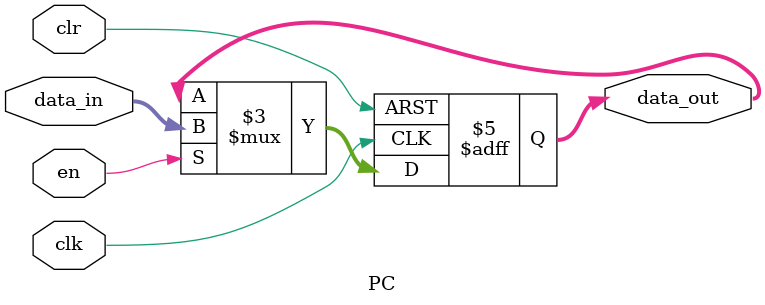
<source format=sv>
module PC(clk,clr,data_in,data_out,en);
input clk, clr,en;
input [31:0] data_in;
output logic [31:0] data_out;


  always_ff @(posedge clk or posedge clr ) begin
	if(clr)
		data_out <= 32'b0;
		  else 
    if (en)
            data_out <= data_in;
  		else 
			data_out <=	 data_out;
end



endmodule 
</source>
